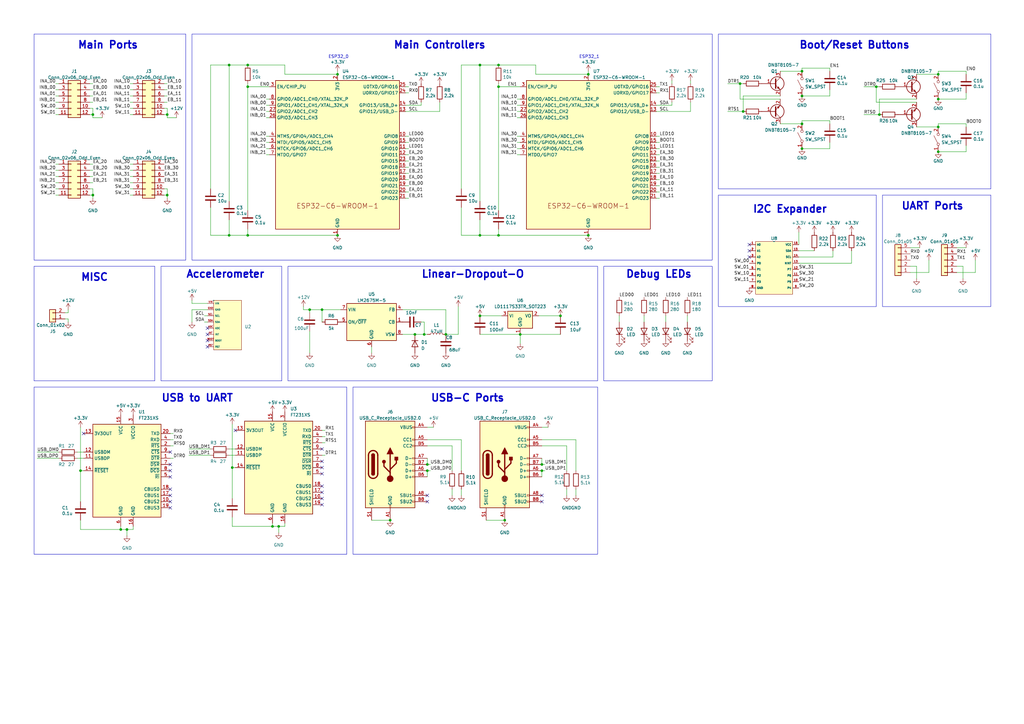
<source format=kicad_sch>
(kicad_sch (version 20230121) (generator eeschema)
  (paper "A3")
  (junction (at 68.58 46.99))
  (junction (at 328.93 50.8))
  (junction (at 241.3 96.52))
  (junction (at 303.53 34.29))
  (junction (at 52.07 217.17))
  (junction (at 49.53 217.17))
  (junction (at 101.6 96.52))
  (junction (at 38.1 80.01))
  (junction (at 196.85 26.67))
  (junction (at 173.99 137.16))
  (junction (at 222.25 190.5))
  (junction (at 196.85 96.52))
  (junction (at 170.18 137.16))
  (junction (at 38.1 46.99))
  (junction (at 138.43 96.52))
  (junction (at 229.87 129.54))
  (junction (at 132.08 127))
  (junction (at 384.81 52.07))
  (junction (at 384.81 30.48))
  (junction (at 204.47 26.67))
  (junction (at 111.76 215.9))
  (junction (at 127 127))
  (junction (at 182.88 137.16))
  (junction (at 241.3 30.48))
  (junction (at 213.36 137.16))
  (junction (at 222.25 193.04))
  (junction (at 204.47 96.52))
  (junction (at 114.3 215.9))
  (junction (at 196.85 129.54))
  (junction (at 175.26 193.04))
  (junction (at 138.43 30.48))
  (junction (at 68.58 80.01))
  (junction (at 328.93 39.37))
  (junction (at 160.02 213.36))
  (junction (at 207.01 213.36))
  (junction (at 93.98 96.52))
  (junction (at 384.81 62.23))
  (junction (at 304.8 45.72))
  (junction (at 328.93 60.96))
  (junction (at 204.47 35.56))
  (junction (at 328.93 29.21))
  (junction (at 360.68 46.99))
  (junction (at 359.41 35.56))
  (junction (at 101.6 26.67))
  (junction (at 101.6 35.56))
  (junction (at 95.25 191.77))
  (junction (at 93.98 26.67))
  (junction (at 175.26 190.5))
  (junction (at 384.81 40.64))
  (junction (at 33.02 193.04))
  (no_connect (at 96.52 176.53))
  (no_connect (at 85.09 134.62))
  (no_connect (at 222.25 205.74))
  (no_connect (at 69.85 185.42))
  (no_connect (at 132.08 207.01))
  (no_connect (at 85.09 142.24))
  (no_connect (at 132.08 204.47))
  (no_connect (at 69.85 195.58))
  (no_connect (at 132.08 201.93))
  (no_connect (at 307.34 105.41))
  (no_connect (at 69.85 190.5))
  (no_connect (at 132.08 191.77))
  (no_connect (at 85.09 137.16))
  (no_connect (at 132.08 194.31))
  (no_connect (at 132.08 189.23))
  (no_connect (at 69.85 205.74))
  (no_connect (at 69.85 200.66))
  (no_connect (at 175.26 203.2))
  (no_connect (at 132.08 184.15))
  (no_connect (at 69.85 193.04))
  (no_connect (at 307.34 102.87))
  (no_connect (at 307.34 100.33))
  (no_connect (at 132.08 199.39))
  (no_connect (at 85.09 139.7))
  (no_connect (at 69.85 203.2))
  (no_connect (at 175.26 205.74))
  (no_connect (at 222.25 203.2))
  (no_connect (at 69.85 208.28))
  (no_connect (at 34.29 177.8))
  (wire (pts (xy 196.85 26.67) (xy 189.23 26.67)))
  (wire (pts (xy 67.31 46.99) (xy 68.58 46.99)))
  (wire (pts (xy 236.22 180.34) (xy 236.22 193.04)))
  (wire (pts (xy 269.24 43.18) (xy 275.59 43.18)))
  (wire (pts (xy 375.92 52.07) (xy 384.81 52.07)))
  (wire (pts (xy 396.24 29.21) (xy 384.81 29.21)))
  (wire (pts (xy 204.47 35.56) (xy 204.47 86.36)))
  (wire (pts (xy 167.64 73.66) (xy 166.37 73.66)))
  (wire (pts (xy 270.51 68.58) (xy 269.24 68.58)))
  (wire (pts (xy 33.02 175.26) (xy 33.02 193.04)))
  (wire (pts (xy 132.08 127) (xy 139.7 127)))
  (wire (pts (xy 109.22 43.18) (xy 110.49 43.18)))
  (wire (pts (xy 392.43 109.22) (xy 394.97 109.22)))
  (wire (pts (xy 327.66 107.95) (xy 349.25 107.95)))
  (wire (pts (xy 212.09 48.26) (xy 213.36 48.26)))
  (wire (pts (xy 185.42 182.88) (xy 175.26 182.88)))
  (wire (pts (xy 360.68 40.64) (xy 360.68 46.99)))
  (wire (pts (xy 213.36 137.16) (xy 229.87 137.16)))
  (wire (pts (xy 52.07 217.17) (xy 49.53 217.17)))
  (wire (pts (xy 185.42 203.2) (xy 185.42 200.66)))
  (wire (pts (xy 114.3 215.9) (xy 111.76 215.9)))
  (wire (pts (xy 341.63 102.87) (xy 341.63 105.41)))
  (wire (pts (xy 269.24 45.72) (xy 283.21 45.72)))
  (wire (pts (xy 204.47 96.52) (xy 241.3 96.52)))
  (wire (pts (xy 270.51 60.96) (xy 269.24 60.96)))
  (wire (pts (xy 138.43 29.21) (xy 138.43 30.48)))
  (wire (pts (xy 187.96 137.16) (xy 182.88 137.16)))
  (wire (pts (xy 101.6 26.67) (xy 93.98 26.67)))
  (wire (pts (xy 109.22 58.42) (xy 110.49 58.42)))
  (wire (pts (xy 340.36 27.94) (xy 340.36 29.21)))
  (wire (pts (xy 68.58 39.37) (xy 67.31 39.37)))
  (wire (pts (xy 189.23 96.52) (xy 196.85 96.52)))
  (wire (pts (xy 189.23 85.09) (xy 189.23 96.52)))
  (wire (pts (xy 77.47 184.15) (xy 86.36 184.15)))
  (wire (pts (xy 68.58 44.45) (xy 68.58 46.99)))
  (wire (pts (xy 172.72 132.08) (xy 173.99 132.08)))
  (wire (pts (xy 204.47 35.56) (xy 213.36 35.56)))
  (wire (pts (xy 298.45 34.29) (xy 303.53 34.29)))
  (wire (pts (xy 38.1 72.39) (xy 36.83 72.39)))
  (wire (pts (xy 373.38 101.6) (xy 377.19 101.6)))
  (wire (pts (xy 222.25 187.96) (xy 222.25 190.5)))
  (wire (pts (xy 109.22 48.26) (xy 110.49 48.26)))
  (wire (pts (xy 69.85 180.34) (xy 71.12 180.34)))
  (wire (pts (xy 22.86 67.31) (xy 24.13 67.31)))
  (wire (pts (xy 349.25 102.87) (xy 349.25 107.95)))
  (wire (pts (xy 67.31 77.47) (xy 68.58 77.47)))
  (wire (pts (xy 212.09 63.5) (xy 213.36 63.5)))
  (wire (pts (xy 167.64 76.2) (xy 166.37 76.2)))
  (wire (pts (xy 101.6 35.56) (xy 110.49 35.56)))
  (wire (pts (xy 22.86 72.39) (xy 24.13 72.39)))
  (wire (pts (xy 283.21 33.02) (xy 283.21 34.29)))
  (wire (pts (xy 354.33 35.56) (xy 359.41 35.56)))
  (wire (pts (xy 132.08 127) (xy 132.08 132.08)))
  (wire (pts (xy 189.23 180.34) (xy 189.23 193.04)))
  (wire (pts (xy 375.92 30.48) (xy 384.81 30.48)))
  (wire (pts (xy 275.59 43.18) (xy 275.59 41.91)))
  (wire (pts (xy 53.34 41.91) (xy 54.61 41.91)))
  (wire (pts (xy 38.1 48.26) (xy 38.1 46.99)))
  (wire (pts (xy 264.16 129.54) (xy 264.16 132.08)))
  (wire (pts (xy 49.53 217.17) (xy 49.53 215.9)))
  (wire (pts (xy 327.66 95.25) (xy 327.66 100.33)))
  (wire (pts (xy 53.34 67.31) (xy 54.61 67.31)))
  (wire (pts (xy 270.51 73.66) (xy 269.24 73.66)))
  (wire (pts (xy 132.08 181.61) (xy 133.35 181.61)))
  (wire (pts (xy 22.86 80.01) (xy 24.13 80.01)))
  (wire (pts (xy 212.09 40.64) (xy 213.36 40.64)))
  (wire (pts (xy 15.24 187.96) (xy 24.13 187.96)))
  (wire (pts (xy 320.04 40.64) (xy 303.53 40.64)))
  (wire (pts (xy 165.1 137.16) (xy 170.18 137.16)))
  (wire (pts (xy 83.82 129.54) (xy 85.09 129.54)))
  (wire (pts (xy 204.47 34.29) (xy 204.47 35.56)))
  (wire (pts (xy 270.51 38.1) (xy 269.24 38.1)))
  (wire (pts (xy 165.1 127) (xy 182.88 127)))
  (wire (pts (xy 396.24 62.23) (xy 396.24 59.69)))
  (wire (pts (xy 93.98 96.52) (xy 101.6 96.52)))
  (wire (pts (xy 22.86 77.47) (xy 24.13 77.47)))
  (wire (pts (xy 166.37 43.18) (xy 172.72 43.18)))
  (wire (pts (xy 166.37 81.28) (xy 167.64 81.28)))
  (wire (pts (xy 182.88 137.16) (xy 182.88 127)))
  (wire (pts (xy 38.1 46.99) (xy 36.83 46.99)))
  (wire (pts (xy 222.25 193.04) (xy 222.25 195.58)))
  (wire (pts (xy 38.1 77.47) (xy 36.83 77.47)))
  (wire (pts (xy 127 144.78) (xy 127 135.89)))
  (wire (pts (xy 22.86 46.99) (xy 24.13 46.99)))
  (wire (pts (xy 116.84 215.9) (xy 116.84 214.63)))
  (wire (pts (xy 27.94 128.27) (xy 27.94 127)))
  (wire (pts (xy 283.21 45.72) (xy 283.21 41.91)))
  (wire (pts (xy 124.46 127) (xy 124.46 125.73)))
  (wire (pts (xy 132.08 176.53) (xy 133.35 176.53)))
  (wire (pts (xy 170.18 137.16) (xy 173.99 137.16)))
  (wire (pts (xy 340.36 39.37) (xy 340.36 36.83)))
  (wire (pts (xy 68.58 34.29) (xy 67.31 34.29)))
  (wire (pts (xy 175.26 180.34) (xy 189.23 180.34)))
  (wire (pts (xy 396.24 29.21) (xy 396.24 30.48)))
  (wire (pts (xy 22.86 41.91) (xy 24.13 41.91)))
  (wire (pts (xy 68.58 44.45) (xy 67.31 44.45)))
  (wire (pts (xy 396.24 50.8) (xy 396.24 52.07)))
  (wire (pts (xy 212.09 43.18) (xy 213.36 43.18)))
  (wire (pts (xy 52.07 219.71) (xy 52.07 217.17)))
  (wire (pts (xy 212.09 60.96) (xy 213.36 60.96)))
  (wire (pts (xy 175.26 193.04) (xy 176.53 193.04)))
  (wire (pts (xy 270.51 63.5) (xy 269.24 63.5)))
  (wire (pts (xy 167.64 58.42) (xy 166.37 58.42)))
  (wire (pts (xy 173.99 137.16) (xy 175.26 137.16)))
  (wire (pts (xy 77.47 186.69) (xy 86.36 186.69)))
  (wire (pts (xy 219.71 26.67) (xy 204.47 26.67)))
  (wire (pts (xy 281.94 129.54) (xy 281.94 132.08)))
  (wire (pts (xy 375.92 41.91) (xy 359.41 41.91)))
  (wire (pts (xy 85.09 124.46) (xy 78.74 124.46)))
  (wire (pts (xy 116.84 26.67) (xy 101.6 26.67)))
  (wire (pts (xy 53.34 77.47) (xy 54.61 77.47)))
  (wire (pts (xy 220.98 129.54) (xy 229.87 129.54)))
  (wire (pts (xy 180.34 45.72) (xy 180.34 41.91)))
  (wire (pts (xy 68.58 48.26) (xy 68.58 46.99)))
  (wire (pts (xy 86.36 96.52) (xy 93.98 96.52)))
  (wire (pts (xy 38.1 36.83) (xy 36.83 36.83)))
  (wire (pts (xy 270.51 35.56) (xy 269.24 35.56)))
  (wire (pts (xy 83.82 132.08) (xy 85.09 132.08)))
  (wire (pts (xy 69.85 182.88) (xy 71.12 182.88)))
  (wire (pts (xy 232.41 182.88) (xy 222.25 182.88)))
  (wire (pts (xy 232.41 193.04) (xy 232.41 182.88)))
  (wire (pts (xy 38.1 34.29) (xy 36.83 34.29)))
  (wire (pts (xy 196.85 137.16) (xy 213.36 137.16)))
  (wire (pts (xy 127 127) (xy 127 128.27)))
  (wire (pts (xy 38.1 39.37) (xy 36.83 39.37)))
  (wire (pts (xy 167.64 55.88) (xy 166.37 55.88)))
  (wire (pts (xy 167.64 68.58) (xy 166.37 68.58)))
  (wire (pts (xy 93.98 26.67) (xy 93.98 82.55)))
  (wire (pts (xy 101.6 96.52) (xy 138.43 96.52)))
  (wire (pts (xy 189.23 26.67) (xy 189.23 77.47)))
  (wire (pts (xy 22.86 44.45) (xy 24.13 44.45)))
  (wire (pts (xy 53.34 72.39) (xy 54.61 72.39)))
  (wire (pts (xy 298.45 45.72) (xy 304.8 45.72)))
  (wire (pts (xy 152.4 144.78) (xy 152.4 142.24)))
  (wire (pts (xy 394.97 109.22) (xy 394.97 114.3)))
  (wire (pts (xy 53.34 36.83) (xy 54.61 36.83)))
  (wire (pts (xy 127 127) (xy 132.08 127)))
  (wire (pts (xy 38.1 69.85) (xy 36.83 69.85)))
  (wire (pts (xy 22.86 36.83) (xy 24.13 36.83)))
  (wire (pts (xy 93.98 26.67) (xy 86.36 26.67)))
  (wire (pts (xy 270.51 58.42) (xy 269.24 58.42)))
  (wire (pts (xy 175.26 193.04) (xy 175.26 195.58)))
  (wire (pts (xy 116.84 30.48) (xy 116.84 26.67)))
  (wire (pts (xy 114.3 215.9) (xy 116.84 215.9)))
  (wire (pts (xy 22.86 39.37) (xy 24.13 39.37)))
  (wire (pts (xy 359.41 35.56) (xy 360.68 35.56)))
  (wire (pts (xy 219.71 30.48) (xy 219.71 26.67)))
  (wire (pts (xy 109.22 55.88) (xy 110.49 55.88)))
  (wire (pts (xy 320.04 50.8) (xy 328.93 50.8)))
  (wire (pts (xy 320.04 39.37) (xy 304.8 39.37)))
  (wire (pts (xy 327.66 102.87) (xy 334.01 102.87)))
  (wire (pts (xy 93.98 184.15) (xy 96.52 184.15)))
  (wire (pts (xy 101.6 34.29) (xy 101.6 35.56)))
  (wire (pts (xy 270.51 81.28) (xy 269.24 81.28)))
  (wire (pts (xy 34.29 193.04) (xy 33.02 193.04)))
  (wire (pts (xy 354.33 46.99) (xy 360.68 46.99)))
  (wire (pts (xy 328.93 60.96) (xy 340.36 60.96)))
  (wire (pts (xy 33.02 193.04) (xy 33.02 205.74)))
  (wire (pts (xy 95.25 191.77) (xy 95.25 204.47)))
  (wire (pts (xy 199.39 213.36) (xy 207.01 213.36)))
  (wire (pts (xy 340.36 49.53) (xy 340.36 50.8)))
  (wire (pts (xy 138.43 30.48) (xy 116.84 30.48)))
  (wire (pts (xy 109.22 45.72) (xy 110.49 45.72)))
  (wire (pts (xy 270.51 66.04) (xy 269.24 66.04)))
  (wire (pts (xy 270.51 78.74) (xy 269.24 78.74)))
  (wire (pts (xy 69.85 177.8) (xy 71.12 177.8)))
  (wire (pts (xy 72.39 48.26) (xy 68.58 48.26)))
  (wire (pts (xy 86.36 85.09) (xy 86.36 96.52)))
  (wire (pts (xy 166.37 45.72) (xy 180.34 45.72)))
  (wire (pts (xy 167.64 60.96) (xy 166.37 60.96)))
  (wire (pts (xy 53.34 34.29) (xy 54.61 34.29)))
  (wire (pts (xy 384.81 40.64) (xy 396.24 40.64)))
  (wire (pts (xy 22.86 34.29) (xy 24.13 34.29)))
  (wire (pts (xy 52.07 217.17) (xy 54.61 217.17)))
  (wire (pts (xy 204.47 93.98) (xy 204.47 96.52)))
  (wire (pts (xy 114.3 218.44) (xy 114.3 215.9)))
  (wire (pts (xy 270.51 76.2) (xy 269.24 76.2)))
  (wire (pts (xy 236.22 203.2) (xy 236.22 200.66)))
  (wire (pts (xy 167.64 71.12) (xy 166.37 71.12)))
  (wire (pts (xy 38.1 77.47) (xy 38.1 80.01)))
  (wire (pts (xy 196.85 96.52) (xy 204.47 96.52)))
  (wire (pts (xy 375.92 40.64) (xy 360.68 40.64)))
  (wire (pts (xy 222.25 193.04) (xy 223.52 193.04)))
  (wire (pts (xy 359.41 41.91) (xy 359.41 35.56)))
  (wire (pts (xy 392.43 111.76) (xy 400.05 111.76)))
  (wire (pts (xy 53.34 80.01) (xy 54.61 80.01)))
  (wire (pts (xy 270.51 55.88) (xy 269.24 55.88)))
  (wire (pts (xy 328.93 49.53) (xy 328.93 50.8)))
  (wire (pts (xy 95.25 173.99) (xy 95.25 191.77)))
  (wire (pts (xy 93.98 90.17) (xy 93.98 96.52)))
  (wire (pts (xy 96.52 191.77) (xy 95.25 191.77)))
  (wire (pts (xy 95.25 215.9) (xy 111.76 215.9)))
  (wire (pts (xy 22.86 74.93) (xy 24.13 74.93)))
  (wire (pts (xy 78.74 124.46) (xy 78.74 123.19)))
  (wire (pts (xy 373.38 109.22) (xy 375.92 109.22)))
  (wire (pts (xy 400.05 111.76) (xy 400.05 106.68)))
  (wire (pts (xy 38.1 74.93) (xy 36.83 74.93)))
  (wire (pts (xy 173.99 132.08) (xy 173.99 137.16)))
  (wire (pts (xy 53.34 69.85) (xy 54.61 69.85)))
  (wire (pts (xy 124.46 127) (xy 127 127)))
  (wire (pts (xy 68.58 81.28) (xy 68.58 80.01)))
  (wire (pts (xy 213.36 137.16) (xy 213.36 140.97)))
  (wire (pts (xy 381 111.76) (xy 381 106.68)))
  (wire (pts (xy 275.59 34.29) (xy 275.59 33.02)))
  (wire (pts (xy 41.91 48.26) (xy 38.1 48.26)))
  (wire (pts (xy 167.64 35.56) (xy 166.37 35.56)))
  (wire (pts (xy 172.72 43.18) (xy 172.72 41.91)))
  (wire (pts (xy 222.25 180.34) (xy 236.22 180.34)))
  (wire (pts (xy 53.34 44.45) (xy 54.61 44.45)))
  (wire (pts (xy 384.81 29.21) (xy 384.81 30.48)))
  (wire (pts (xy 204.47 26.67) (xy 196.85 26.67)))
  (wire (pts (xy 38.1 81.28) (xy 38.1 80.01)))
  (wire (pts (xy 175.26 175.26) (xy 177.8 175.26)))
  (wire (pts (xy 78.74 127) (xy 78.74 132.08)))
  (wire (pts (xy 196.85 90.17) (xy 196.85 96.52)))
  (wire (pts (xy 232.41 203.2) (xy 232.41 200.66)))
  (wire (pts (xy 15.24 185.42) (xy 24.13 185.42)))
  (wire (pts (xy 167.64 38.1) (xy 166.37 38.1)))
  (wire (pts (xy 26.67 130.81) (xy 27.94 130.81)))
  (wire (pts (xy 222.25 190.5) (xy 223.52 190.5)))
  (wire (pts (xy 392.43 101.6) (xy 396.24 101.6)))
  (wire (pts (xy 109.22 63.5) (xy 110.49 63.5)))
  (wire (pts (xy 222.25 175.26) (xy 224.79 175.26)))
  (wire (pts (xy 303.53 34.29) (xy 304.8 34.29)))
  (wire (pts (xy 241.3 30.48) (xy 219.71 30.48)))
  (wire (pts (xy 167.64 66.04) (xy 166.37 66.04)))
  (wire (pts (xy 273.05 129.54) (xy 273.05 132.08)))
  (wire (pts (xy 303.53 40.64) (xy 303.53 34.29)))
  (wire (pts (xy 185.42 193.04) (xy 185.42 182.88)))
  (wire (pts (xy 212.09 55.88) (xy 213.36 55.88)))
  (wire (pts (xy 53.34 46.99) (xy 54.61 46.99)))
  (wire (pts (xy 152.4 213.36) (xy 160.02 213.36)))
  (wire (pts (xy 340.36 60.96) (xy 340.36 58.42)))
  (wire (pts (xy 109.22 40.64) (xy 110.49 40.64)))
  (wire (pts (xy 95.25 212.09) (xy 95.25 215.9)))
  (wire (pts (xy 241.3 29.21) (xy 241.3 30.48)))
  (wire (pts (xy 340.36 27.94) (xy 328.93 27.94)))
  (wire (pts (xy 384.81 50.8) (xy 396.24 50.8)))
  (wire (pts (xy 304.8 39.37) (xy 304.8 45.72)))
  (wire (pts (xy 189.23 203.2) (xy 189.23 200.66)))
  (wire (pts (xy 196.85 26.67) (xy 196.85 82.55)))
  (wire (pts (xy 384.81 62.23) (xy 396.24 62.23)))
  (wire (pts (xy 384.81 50.8) (xy 384.81 52.07)))
  (wire (pts (xy 175.26 190.5) (xy 176.53 190.5)))
  (wire (pts (xy 109.22 60.96) (xy 110.49 60.96)))
  (wire (pts (xy 85.09 127) (xy 78.74 127)))
  (wire (pts (xy 38.1 44.45) (xy 36.83 44.45)))
  (wire (pts (xy 373.38 111.76) (xy 381 111.76)))
  (wire (pts (xy 375.92 109.22) (xy 375.92 114.3)))
  (wire (pts (xy 22.86 69.85) (xy 24.13 69.85)))
  (wire (pts (xy 38.1 44.45) (xy 38.1 46.99)))
  (wire (pts (xy 396.24 40.64) (xy 396.24 38.1)))
  (wire (pts (xy 175.26 187.96) (xy 175.26 190.5)))
  (wire (pts (xy 38.1 67.31) (xy 36.83 67.31)))
  (wire (pts (xy 167.64 78.74) (xy 166.37 78.74)))
  (wire (pts (xy 33.02 217.17) (xy 49.53 217.17)))
  (wire (pts (xy 328.93 27.94) (xy 328.93 29.21)))
  (wire (pts (xy 53.34 74.93) (xy 54.61 74.93)))
  (wire (pts (xy 328.93 39.37) (xy 340.36 39.37)))
  (wire (pts (xy 101.6 93.98) (xy 101.6 96.52)))
  (wire (pts (xy 132.08 179.07) (xy 133.35 179.07)))
  (wire (pts (xy 254 129.54) (xy 254 132.08)))
  (wire (pts (xy 86.36 26.67) (xy 86.36 77.47)))
  (wire (pts (xy 38.1 41.91) (xy 36.83 41.91)))
  (wire (pts (xy 38.1 80.01) (xy 36.83 80.01)))
  (wire (pts (xy 68.58 41.91) (xy 67.31 41.91)))
  (wire (pts (xy 327.66 105.41) (xy 341.63 105.41)))
  (wire (pts (xy 111.76 215.9) (xy 111.76 214.63)))
  (wire (pts (xy 93.98 186.69) (xy 96.52 186.69)))
  (wire (pts (xy 187.96 125.73) (xy 187.96 137.16)))
  (wire (pts (xy 328.93 49.53) (xy 340.36 49.53)))
  (wire (pts (xy 212.09 58.42) (xy 213.36 58.42)))
  (wire (pts (xy 320.04 29.21) (xy 328.93 29.21)))
  (wire (pts (xy 33.02 213.36) (xy 33.02 217.17)))
  (wire (pts (xy 67.31 80.01) (xy 68.58 80.01)))
  (wire (pts (xy 68.58 77.47) (xy 68.58 80.01)))
  (wire (pts (xy 31.75 185.42) (xy 34.29 185.42)))
  (wire (pts (xy 167.64 63.5) (xy 166.37 63.5)))
  (wire (pts (xy 54.61 217.17) (xy 54.61 215.9)))
  (wire (pts (xy 26.67 128.27) (xy 27.94 128.27)))
  (wire (pts (xy 196.85 129.54) (xy 205.74 129.54)))
  (wire (pts (xy 53.34 39.37) (xy 54.61 39.37)))
  (wire (pts (xy 68.58 36.83) (xy 67.31 36.83)))
  (wire (pts (xy 212.09 45.72) (xy 213.36 45.72)))
  (wire (pts (xy 270.51 71.12) (xy 269.24 71.12)))
  (wire (pts (xy 101.6 35.56) (xy 101.6 86.36)))
  (wire (pts (xy 31.75 187.96) (xy 34.29 187.96)))
  (wire (pts (xy 69.85 187.96) (xy 71.12 187.96)))
  (wire (pts (xy 27.94 130.81) (xy 27.94 132.08)))
  (wire (pts (xy 132.08 186.69) (xy 133.35 186.69)))
  (rectangle (start 13.97 158.75) (end 142.24 227.33))
  (rectangle (start 361.95 80.01) (end 406.4 125.73))
  (rectangle (start 118.11 109.22) (end 245.11 156.21))
  (rectangle (start 13.97 109.22) (end 63.5 156.21))
  (rectangle (start 78.74 13.97) (end 292.1 106.68))
  (rectangle (start 13.97 13.97) (end 76.2 106.68))
  (rectangle (start 66.04 109.22) (end 115.57 156.21))
  (rectangle (start 294.64 80.01) (end 359.41 125.73))
  (rectangle (start 247.65 109.22) (end 292.1 156.21))
  (rectangle (start 294.64 13.97) (end 406.4 77.47))
  (rectangle (start 144.78 158.75) (end 245.11 227.33))
  (text "Debug LEDs" (at 256.54 114.3 0) (effects (font (size 3 3) (thickness 0.6) bold) (justify left bottom)))
  (text "Linear-Dropout-O" (at 172.72 114.3 0) (effects (font (size 3 3) (thickness 0.6) bold) (justify left bottom)))
  (text "USB to UART\n" (at 66.04 165.1 0) (effects (font (size 3 3) (thickness 0.6) bold) (justify left bottom)))
  (text "MISC" (at 33.02 115.57 0) (effects (font (size 3 3) (thickness 0.6) bold) (justify left bottom)))
  (text "Main Controllers\n" (at 161.29 20.32 0) (effects (font (size 3 3) (thickness 0.6) bold) (justify left bottom)))
  (text "UART Ports" (at 369.57 86.36 0) (effects (font (size 3 3) (thickness 0.6) bold) (justify left bottom)))
  (text "I2C Expander" (at 308.61 87.63 0) (effects (font (size 3 3) (thickness 0.6) bold) (justify left bottom)))
  (text "USB-C Ports" (at 176.53 165.1 0) (effects (font (size 3 3) (thickness 0.6) bold) (justify left bottom)))
  (text "Accelerometer\n" (at 76.2 114.3 0) (effects (font (size 3 3) (thickness 0.6) bold) (justify left bottom)))
  (text "Boot/Reset Buttons" (at 327.66 20.32 0) (effects (font (size 3 3) (thickness 0.6) bold) (justify left bottom)))
  (text "ESP32_0\n" (at 134.62 24.13 0) (effects (font (size 1.27 1.27)) (justify left bottom)))
  (text "ESP32_1" (at 237.49 24.13 0) (effects (font (size 1.27 1.27)) (justify left bottom)))
  (text "Main Ports\n" (at 31.75 20.32 0) (effects (font (size 3 3) (thickness 0.6) bold) (justify left bottom)))
  (label "SW_30" (at 53.34 77.47 180))
  (label "INA_01" (at 22.86 39.37 180))
  (label "SW_00" (at 22.86 44.45 180))
  (label "LED01" (at 264.16 121.92 0))
  (label "EA_00" (at 38.1 34.29 0))
  (label "RTS0" (at 71.12 182.88 0))
  (label "RX0" (at 167.64 38.1 0))
  (label "EA_01" (at 38.1 39.37 0))
  (label "EB_10" (at 68.58 36.83 0))
  (label "DTR1" (at 133.35 186.69 0))
  (label "EB_00" (at 167.64 76.2 0))
  (label "RX0" (at 71.12 177.8 0))
  (label "RX0" (at 373.38 104.14 0))
  (label "USB_DP1" (at 223.52 193.04 0))
  (label "RX1" (at 133.35 176.53 0))
  (label "DTR0" (at 354.33 35.56 0))
  (label "INB_31" (at 212.09 63.5 180))
  (label "SW_30" (at 327.66 113.03 0))
  (label "SCL" (at 83.82 129.54 180))
  (label "INB_21" (at 22.86 74.93 180))
  (label "EB_31" (at 270.51 71.12 0))
  (label "EA_00" (at 167.64 73.66 0))
  (label "SW_31" (at 327.66 110.49 0))
  (label "INA_00" (at 109.22 40.64 180))
  (label "EA_31" (at 67.31 72.39 0))
  (label "INB_20" (at 109.22 58.42 180))
  (label "RTS0" (at 354.33 46.99 0))
  (label "LED11" (at 270.51 60.96 0))
  (label "EB_00" (at 38.1 36.83 0))
  (label "EA_30" (at 67.31 67.31 0))
  (label "INA_11" (at 212.09 45.72 180))
  (label "INA_00" (at 22.86 34.29 180))
  (label "INB_10" (at 53.34 36.83 180))
  (label "SDA" (at 167.64 43.18 0))
  (label "INA_20" (at 109.22 55.88 180))
  (label "EB_20" (at 38.1 69.85 0))
  (label "INB_21" (at 109.22 63.5 180))
  (label "USB_DM0" (at 15.24 185.42 0))
  (label "INB_01" (at 109.22 48.26 180))
  (label "EB_31" (at 67.31 74.93 0))
  (label "INA_01" (at 109.22 45.72 180))
  (label "EN0" (at 396.24 29.21 0))
  (label "TX1" (at 392.43 106.68 0))
  (label "RX1" (at 392.43 104.14 0))
  (label "INB_00" (at 109.22 43.18 180))
  (label "EN1" (at 340.36 27.94 0))
  (label "EN1" (at 212.09 35.56 180))
  (label "LED10" (at 273.05 121.92 0))
  (label "LED00" (at 167.64 55.88 0))
  (label "USB_DP1" (at 77.47 186.69 0))
  (label "SDA" (at 83.82 132.08 180))
  (label "TX0" (at 167.64 35.56 0))
  (label "EA_01" (at 167.64 78.74 0))
  (label "EA_20" (at 167.64 63.5 0))
  (label "INB_00" (at 22.86 36.83 180))
  (label "EA_30" (at 270.51 63.5 0))
  (label "EA_10" (at 270.51 73.66 0))
  (label "EB_01" (at 167.64 81.28 0))
  (label "EA_21" (at 38.1 72.39 0))
  (label "INA_31" (at 53.34 72.39 180))
  (label "SW_11" (at 307.34 115.57 180))
  (label "INB_30" (at 212.09 58.42 180))
  (label "EB_11" (at 270.51 81.28 0))
  (label "INB_20" (at 22.86 69.85 180))
  (label "EB_21" (at 167.64 71.12 0))
  (label "LED00" (at 254 121.92 0))
  (label "SW_31" (at 53.34 80.01 180))
  (label "EB_21" (at 38.1 74.93 0))
  (label "RX1" (at 270.51 38.1 0))
  (label "INB_10" (at 212.09 43.18 180))
  (label "USB_DM1" (at 223.52 190.5 0))
  (label "INA_30" (at 212.09 55.88 180))
  (label "TX1" (at 133.35 179.07 0))
  (label "EB_01" (at 38.1 41.91 0))
  (label "USB_DP0" (at 15.24 187.96 0))
  (label "INA_30" (at 53.34 67.31 180))
  (label "DTR0" (at 71.12 187.96 0))
  (label "EN0" (at 110.49 35.56 180))
  (label "BOOT1" (at 340.36 49.53 0))
  (label "SCL" (at 167.64 45.72 0))
  (label "SW_21" (at 22.86 80.01 180))
  (label "SW_20" (at 22.86 77.47 180))
  (label "LED01" (at 167.64 60.96 0))
  (label "SW_10" (at 53.34 44.45 180))
  (label "LED10" (at 270.51 55.88 0))
  (label "INA_21" (at 22.86 72.39 180))
  (label "TX0" (at 373.38 106.68 0))
  (label "SW_00" (at 307.34 107.95 180))
  (label "EA_20" (at 38.1 67.31 0))
  (label "USB_DM0" (at 176.53 190.5 0))
  (label "EA_10" (at 68.58 34.29 0))
  (label "INB_31" (at 53.34 74.93 180))
  (label "INB_11" (at 53.34 41.91 180))
  (label "SW_10" (at 307.34 113.03 180))
  (label "INB_30" (at 53.34 69.85 180))
  (label "RTS1" (at 298.45 45.72 0))
  (label "INA_31" (at 212.09 60.96 180))
  (label "EB_11" (at 68.58 41.91 0))
  (label "SW_11" (at 53.34 46.99 180))
  (label "EA_31" (at 270.51 68.58 0))
  (label "EB_30" (at 67.31 69.85 0))
  (label "EB_30" (at 270.51 66.04 0))
  (label "INA_21" (at 109.22 60.96 180))
  (label "RTS1" (at 133.35 181.61 0))
  (label "TX0" (at 71.12 180.34 0))
  (label "SW_21" (at 327.66 115.57 0))
  (label "SW_01" (at 307.34 110.49 180))
  (label "EA_11" (at 270.51 78.74 0))
  (label "EB_10" (at 270.51 76.2 0))
  (label "INB_11" (at 212.09 48.26 180))
  (label "BOOT0" (at 396.24 50.8 0))
  (label "INA_20" (at 22.86 67.31 180))
  (label "INA_10" (at 53.34 34.29 180))
  (label "INA_11" (at 53.34 39.37 180))
  (label "EB_20" (at 167.64 66.04 0))
  (label "EA_21" (at 167.64 68.58 0))
  (label "SW_01" (at 22.86 46.99 180))
  (label "LED11" (at 281.94 121.92 0))
  (label "USB_DM1" (at 77.47 184.15 0))
  (label "SDA" (at 270.51 43.18 0))
  (label "BOOT1" (at 270.51 58.42 0))
  (label "DTR1" (at 298.45 34.29 0))
  (label "EA_11" (at 68.58 39.37 0))
  (label "INA_10" (at 212.09 40.64 180))
  (label "SW_20" (at 327.66 118.11 0))
  (label "SCL" (at 270.51 45.72 0))
  (label "BOOT0" (at 167.64 58.42 0))
  (label "USB_DP0" (at 176.53 193.04 0))
  (label "INB_01" (at 22.86 41.91 180))
  (label "TX1" (at 270.51 35.56 0))
  (symbol (lib_id "power:GND") (at 160.02 213.36 0) (unit 1)
    (property "Reference" "#PWR022" (effects hide))
    (property "Value" "GND" (at 160.02 218.44 0))
  )
  (symbol (lib_id "power:GND") (at 27.94 132.08 0) (unit 1)
    (property "Reference" "#PWR02" (effects hide))
    (property "Value" "GND" (at 27.94 137.16 0))
  )
  (symbol (lib_id "Device:R") (at 135.89 132.08 90) (unit 1)
    (property "Reference" "R6" (at 135.89 129.54 90))
    (property "Value" "5k" (at 135.89 134.62 90))
    (property "Footprint" "Resistor_SMD:R_0805_2012Metric" (effects hide))
  )
  (symbol (lib_id "power:GND") (at 241.3 96.52 0) (unit 1)
    (property "Reference" "#PWR039" (effects hide))
    (property "Value" "GND" (at 241.3 101.6 0))
  )
  (symbol (lib_id "power:+5V") (at 78.74 123.19 0) (unit 1)
    (property "Reference" "#PWR011" (effects hide))
    (property "Value" "+5V" (at 78.74 119.38 0))
  )
  (symbol (lib_id "Connector_Generic:Conn_01x05") (at 387.35 106.68 180) (unit 1)
    (property "Reference" "J9" (at 387.35 96.52 0))
    (property "Value" "Conn_01x05" (at 387.35 99.06 0))
    (property "Footprint" "Connector_PinHeader_2.54mm:PinHeader_1x05_P2.54mm_Vertical" (effects hide))
  )
  (symbol (lib_id "power:GND") (at 232.41 203.2 0) (unit 1)
    (property "Reference" "#PWR036" (effects hide))
    (property "Value" "GND" (at 232.41 208.28 0))
  )
  (symbol (lib_id "power:GND") (at 254 139.7 0) (unit 1)
    (property "Reference" "#PWR040" (effects hide))
    (property "Value" "GND" (at 254 144.78 0))
  )
  (symbol (lib_id "power:GND") (at 114.3 218.44 0) (unit 1)
    (property "Reference" "#PWR015" (effects hide))
    (property "Value" "GND" (at 114.3 223.52 0))
  )
  (symbol (lib_id "Device:R") (at 27.94 187.96 90) (unit 1)
    (property "Reference" "R2" (at 26.67 190.5 90) (effects (justify left)))
    (property "Value" "27" (at 30.48 190.5 90) (effects (justify left)))
    (property "Footprint" "Resistor_SMD:R_0603_1608Metric_Pad0.98x0.95mm_HandSolder" (effects hide))
  )
  (symbol (lib_id "power:+5V") (at 381 106.68 0) (unit 1)
    (property "Reference" "#PWR055" (effects hide))
    (property "Value" "+5V" (at 381 102.87 0))
  )
  (symbol (lib_id "Connector_Generic:Conn_02x06_Odd_Even") (at 29.21 39.37 0) (unit 1)
    (property "Reference" "J1" (at 30.48 29.21 0))
    (property "Value" "Conn_02x06_Odd_Even" (at 30.48 31.75 0))
    (property "Footprint" "Connector_PinHeader_2.54mm:PinHeader_2x06_P2.54mm_Vertical" (effects hide))
  )
  (symbol (lib_id "power:GND") (at 328.93 39.37 0) (unit 1)
    (property "Reference" "#PWR048" (effects hide))
    (property "Value" "GND" (at 328.93 43.18 0))
  )
  (symbol (lib_id "Device:Q_NPN_BEC") (at 373.38 46.99 0) (mirror x) (unit 1)
    (property "Reference" "Q4" (at 372.11 52.07 0) (effects (justify left)))
    (property "Value" "DNBT8105-7" (at 369.57 54.61 0) (effects (justify left)))
    (property "Footprint" "Package_TO_SOT_SMD:SOT-23" (effects hide))
  )
  (symbol (lib_id "Device:C") (at 95.25 208.28 0) (unit 1)
    (property "Reference" "C4" (at 87.63 207.01 0) (effects (justify left)))
    (property "Value" "0.1u" (at 87.63 209.3214 0) (effects (justify left)))
    (property "Footprint" "Capacitor_SMD:C_0603_1608Metric_Pad1.08x0.95mm_HandSolder" (effects hide))
  )
  (symbol (lib_id "Device:D") (at 170.18 140.97 270) (unit 1)
    (property "Reference" "D1" (at 172.72 140.335 90) (effects (justify left)))
    (property "Value" "D" (at 172.72 142.875 90) (effects (justify left)))
    (property "Footprint" "Diode_SMD:D_0805_2012Metric" (effects hide))
    (property "Sim.Device" "D" (effects hide))
    (property "Sim.Pins" "1=K 2=A" (effects hide))
  )
  (symbol (lib_id "Device:LED") (at 273.05 135.89 90) (unit 1)
    (property "Reference" "D4" (at 276.0218 134.8994 90) (effects (justify right)))
    (property "Value" "LED" (at 276.0218 137.2108 90) (effects (justify right)))
    (property "Footprint" "LED_SMD:LED_0805_2012Metric_Pad1.15x1.40mm_HandSolder" (effects hide))
  )
  (symbol (lib_id "Device:R") (at 349.25 99.06 0) (unit 1)
    (property "Reference" "R24" (at 351.028 97.8916 0) (effects (justify left)))
    (property "Value" "2.2k" (at 351.028 100.203 0) (effects (justify left)))
    (property "Footprint" "Resistor_SMD:R_0603_1608Metric_Pad0.98x0.95mm_HandSolder" (effects hide))
  )
  (symbol (lib_id "power:+3.3V") (at 334.01 95.25 0) (unit 1)
    (property "Reference" "#PWR050" (effects hide))
    (property "Value" "+3.3V" (at 334.01 91.44 0))
  )
  (symbol (lib_id "power:+3.3V") (at 180.34 34.29 0) (unit 1)
    (property "Reference" "#PWR026" (effects hide))
    (property "Value" "+3.3V" (at 180.34 30.48 0))
  )
  (symbol (lib_id "Device:C") (at 196.85 133.35 0) (unit 1)
    (property "Reference" "C11" (at 200.66 132.715 0) (effects (justify left)))
    (property "Value" "100nF" (at 200.66 135.255 0) (effects (justify left)))
    (property "Footprint" "Capacitor_SMD:C_0805_2012Metric" (effects hide))
  )
  (symbol (lib_id "power:GND") (at 170.18 144.78 0) (unit 1)
    (property "Reference" "#PWR023" (effects hide))
    (property "Value" "GND" (at 170.18 149.86 0))
  )
  (symbol (lib_id "power:GND") (at 127 144.78 0) (unit 1)
    (property "Reference" "#PWR018" (effects hide))
    (property "Value" "GND" (at 127 149.86 0))
  )
  (symbol (lib_id "power:+3.3V") (at 241.3 29.21 0) (unit 1)
    (property "Reference" "#PWR038" (effects hide))
    (property "Value" "+3.3V" (at 241.3 25.4 0))
  )
  (symbol (lib_id "Device:R") (at 334.01 99.06 0) (unit 1)
    (property "Reference" "R22" (at 335.788 97.8916 0) (effects (justify left)))
    (property "Value" "2.2k" (at 335.788 100.203 0) (effects (justify left)))
    (property "Footprint" "Resistor_SMD:R_0603_1608Metric_Pad0.98x0.95mm_HandSolder" (effects hide))
  )
  (symbol (lib_id "Interface_USB:FT231XS") (at 52.07 193.04 0) (unit 1)
    (property "Reference" "U1" (at 56.8041 168.91 0) (effects (justify left)))
    (property "Value" "FT231XS" (at 56.8041 171.45 0) (effects (justify left)))
    (property "Footprint" "Package_SO:SSOP-20_3.9x8.7mm_P0.635mm" (effects hide))
    (property "Datasheet" "https://www.ftdichip.com/Support/Documents/DataSheets/ICs/DS_FT231X.pdf" (effects hide))
  )
  (symbol (lib_id "power:+3.3V") (at 283.21 33.02 0) (unit 1)
    (property "Reference" "#PWR045" (effects hide))
    (property "Value" "+3.3V" (at 283.21 29.21 0))
  )
  (symbol (lib_id "Espressif:ESP32-C6-WROOM-1") (at 138.43 63.5 0) (unit 1)
    (property "Reference" "U4" (at 140.3859 29.21 0) (effects (justify left)))
    (property "Value" "ESP32-C6-WROOM-1" (at 140.3859 31.75 0) (effects (justify left)))
    (property "Footprint" "Espressif:ESP32-C6-WROOM-1" (effects hide))
    (property "Datasheet" "https://www.espressif.com/sites/default/files/documentation/esp32-c6-wroom-1_datasheet_en.pdf" (effects hide))
  )
  (symbol (lib_id "Device:R") (at 172.72 38.1 0) (unit 1)
    (property "Reference" "R7" (at 174.498 36.9316 0) (effects (justify left)))
    (property "Value" "2.2k" (at 174.498 39.243 0) (effects (justify left)))
    (property "Footprint" "Resistor_SMD:R_0603_1608Metric_Pad0.98x0.95mm_HandSolder" (effects hide))
  )
  (symbol (lib_id "Device:C") (at 340.36 54.61 0) (unit 1)
    (property "Reference" "C15" (at 343.281 53.4416 0) (effects (justify left)))
    (property "Value" "0.1u" (at 343.281 55.753 0) (effects (justify left)))
    (property "Footprint" "Capacitor_SMD:C_0603_1608Metric_Pad1.08x0.95mm_HandSolder" (effects hide))
  )
  (symbol (lib_id "power:+3.3V") (at 33.02 175.26 0) (unit 1)
    (property "Reference" "#PWR03" (effects hide))
    (property "Value" "+3.3V" (at 33.02 171.45 0))
  )
  (symbol (lib_id "Device:C") (at 168.91 132.08 270) (unit 1)
    (property "Reference" "C7" (at 170.18 133.35 90) (effects (justify left)))
    (property "Value" "10nF" (at 166.37 128.27 90) (effects (justify left)))
    (property "Footprint" "Capacitor_SMD:C_0805_2012Metric" (effects hide))
  )
  (symbol (lib_id "Device:R") (at 283.21 38.1 0) (unit 1)
    (property "Reference" "R19" (at 284.988 36.9316 0) (effects (justify left)))
    (property "Value" "2.2k" (at 284.988 39.243 0) (effects (justify left)))
    (property "Footprint" "Resistor_SMD:R_0603_1608Metric_Pad0.98x0.95mm_HandSolder" (effects hide))
  )
  (symbol (lib_id "Device:R") (at 101.6 30.48 0) (unit 1)
    (property "Reference" "R5" (at 103.378 29.3116 0) (effects (justify left)))
    (property "Value" "10k" (at 103.378 31.623 0) (effects (justify left)))
    (property "Footprint" "Resistor_SMD:R_0603_1608Metric_Pad0.98x0.95mm_HandSolder" (effects hide))
  )
  (symbol (lib_id "Device:C") (at 229.87 133.35 0) (unit 1)
    (property "Reference" "C13" (at 233.68 132.715 0) (effects (justify left)))
    (property "Value" "10uF" (at 233.68 135.255 0) (effects (justify left)))
    (property "Footprint" "Capacitor_SMD:C_0805_2012Metric" (effects hide))
  )
  (symbol (lib_id "Device:C") (at 396.24 34.29 0) (unit 1)
    (property "Reference" "C16" (at 399.161 33.1216 0) (effects (justify left)))
    (property "Value" "0.1u" (at 399.161 35.433 0) (effects (justify left)))
    (property "Footprint" "Capacitor_SMD:C_0603_1608Metric_Pad1.08x0.95mm_HandSolder" (effects hide))
  )
  (symbol (lib_id "Device:R") (at 189.23 196.85 0) (unit 1)
    (property "Reference" "R10" (at 191.008 195.6816 0) (effects (justify left)))
    (property "Value" "5.1k" (at 191.008 197.993 0) (effects (justify left)))
    (property "Footprint" "Resistor_SMD:R_0603_1608Metric_Pad0.98x0.95mm_HandSolder" (effects hide))
  )
  (symbol (lib_id "power:GND") (at 152.4 144.78 0) (unit 1)
    (property "Reference" "#PWR021" (effects hide))
    (property "Value" "GND" (at 152.4 149.86 0))
  )
  (symbol (lib_id "Espressif:ESP32-C6-WROOM-1") (at 241.3 63.5 0) (unit 1)
    (property "Reference" "U7" (at 243.2559 29.21 0) (effects (justify left)))
    (property "Value" "ESP32-C6-WROOM-1" (at 243.2559 31.75 0) (effects (justify left)))
    (property "Footprint" "Espressif:ESP32-C6-WROOM-1" (effects hide))
    (property "Datasheet" "https://www.espressif.com/sites/default/files/documentation/esp32-c6-wroom-1_datasheet_en.pdf" (effects hide))
  )
  (symbol (lib_id "Switch:SW_SPST") (at 384.81 35.56 90) (unit 1)
    (property "Reference" "SW3" (at 386.08 34.29 90) (effects (justify right)))
    (property "Value" "SW_SPST" (at 386.08 36.83 90) (effects (justify right)))
    (property "Footprint" "Button_Switch_SMD:SW_SPST_B3U-1000P" (effects hide))
  )
  (symbol (lib_id "power:GND") (at 38.1 81.28 0) (unit 1)
    (property "Reference" "#PWR04" (effects hide))
    (property "Value" "GND" (at 38.1 86.36 0))
  )
  (symbol (lib_id "power:+3.3V") (at 377.19 101.6 0) (unit 1)
    (property "Reference" "#PWR054" (effects hide))
    (property "Value" "+3.3V" (at 377.19 97.79 0))
  )
  (symbol (lib_id "power:GND") (at 185.42 203.2 0) (unit 1)
    (property "Reference" "#PWR028" (effects hide))
    (property "Value" "GND" (at 185.42 208.28 0))
  )
  (symbol (lib_id "power:+12V") (at 72.39 48.26 0) (unit 1)
    (property "Reference" "#PWR010" (effects hide))
    (property "Value" "+12V" (at 72.39 44.45 0))
  )
  (symbol (lib_id "Device:R") (at 281.94 125.73 0) (unit 1)
    (property "Reference" "R18" (at 283.718 124.5616 0) (effects (justify left)))
    (property "Value" "180" (at 283.718 126.873 0) (effects (justify left)))
    (property "Footprint" "Resistor_SMD:R_0603_1608Metric_Pad0.98x0.95mm_HandSolder" (effects hide))
  )
  (symbol (lib_id "power:GND") (at 273.05 139.7 0) (unit 1)
    (property "Reference" "#PWR042" (effects hide))
    (property "Value" "GND" (at 273.05 144.78 0))
  )
  (symbol (lib_id "Device:L") (at 179.07 137.16 90) (unit 1)
    (property "Reference" "L1" (at 179.07 133.35 90))
    (property "Value" "47uH" (at 179.07 135.89 90))
    (property "Footprint" "Inductor_SMD:L_0805_2012Metric" (effects hide))
  )
  (symbol (lib_id "power:GND") (at 213.36 140.97 0) (unit 1)
    (property "Reference" "#PWR033" (effects hide))
    (property "Value" "GND" (at 213.36 146.05 0))
  )
  (symbol (lib_id "Device:R") (at 90.17 184.15 90) (unit 1)
    (property "Reference" "R3" (at 88.9 181.61 90) (effects (justify left)))
    (property "Value" "27" (at 92.71 181.61 90) (effects (justify left)))
    (property "Footprint" "Resistor_SMD:R_0603_1608Metric_Pad0.98x0.95mm_HandSolder" (effects hide))
  )
  (symbol (lib_id "Device:LED") (at 264.16 135.89 90) (unit 1)
    (property "Reference" "D3" (at 267.1318 134.8994 90) (effects (justify right)))
    (property "Value" "LED" (at 267.1318 137.2108 90) (effects (justify right)))
    (property "Footprint" "LED_SMD:LED_0805_2012Metric_Pad1.15x1.40mm_HandSolder" (effects hide))
  )
  (symbol (lib_id "Device:C") (at 396.24 55.88 0) (unit 1)
    (property "Reference" "C17" (at 399.161 54.7116 0) (effects (justify left)))
    (property "Value" "0.1u" (at 399.161 57.023 0) (effects (justify left)))
    (property "Footprint" "Capacitor_SMD:C_0603_1608Metric_Pad1.08x0.95mm_HandSolder" (effects hide))
  )
  (symbol (lib_id "Device:C") (at 101.6 90.17 0) (unit 1)
    (property "Reference" "C5" (at 104.521 89.0016 0) (effects (justify left)))
    (property "Value" "0.1u" (at 104.521 91.313 0) (effects (justify left)))
    (property "Footprint" "Capacitor_SMD:C_0603_1608Metric_Pad1.08x0.95mm_HandSolder" (effects hide))
  )
  (symbol (lib_id "power:+3.3V") (at 172.72 34.29 0) (unit 1)
    (property "Reference" "#PWR024" (effects hide))
    (property "Value" "+3.3V" (at 172.72 30.48 0))
  )
  (symbol (lib_id "power:+5V") (at 177.8 175.26 0) (unit 1)
    (property "Reference" "#PWR025" (effects hide))
    (property "Value" "+5V" (at 177.8 171.45 0))
  )
  (symbol (lib_id "Device:R") (at 254 125.73 0) (unit 1)
    (property "Reference" "R14" (at 255.778 124.5616 0) (effects (justify left)))
    (property "Value" "280" (at 255.778 126.873 0) (effects (justify left)))
    (property "Footprint" "Resistor_SMD:R_0603_1608Metric_Pad0.98x0.95mm_HandSolder" (effects hide))
  )
  (symbol (lib_id "power:+5V") (at 111.76 168.91 0) (unit 1)
    (property "Reference" "#PWR014" (effects hide))
    (property "Value" "+5V" (at 111.76 165.1 0))
  )
  (symbol (lib_id "Device:C") (at 86.36 81.28 0) (unit 1)
    (property "Reference" "C2" (at 89.281 80.1116 0) (effects (justify left)))
    (property "Value" "10u" (at 89.281 82.423 0) (effects (justify left)))
    (property "Footprint" "Capacitor_SMD:C_0603_1608Metric_Pad1.08x0.95mm_HandSolder" (effects hide))
  )
  (symbol (lib_id "Device:R") (at 27.94 185.42 90) (unit 1)
    (property "Reference" "R1" (at 26.67 182.88 90) (effects (justify left)))
    (property "Value" "27" (at 30.48 182.88 90) (effects (justify left)))
    (property "Footprint" "Resistor_SMD:R_0603_1608Metric_Pad0.98x0.95mm_HandSolder" (effects hide))
  )
  (symbol (lib_id "Device:C") (at 196.85 86.36 0) (unit 1)
    (property "Reference" "C10" (at 199.771 85.1916 0) (effects (justify left)))
    (property "Value" "0.1u" (at 199.771 87.503 0) (effects (justify left)))
    (property "Footprint" "Capacitor_SMD:C_0603_1608Metric_Pad1.08x0.95mm_HandSolder" (effects hide))
  )
  (symbol (lib_id "Switch:SW_SPST") (at 328.93 34.29 90) (unit 1)
    (property "Reference" "SW1" (at 330.2 33.02 90) (effects (justify right)))
    (property "Value" "SW_SPST" (at 330.2 35.56 90) (effects (justify right)))
    (property "Footprint" "Button_Switch_SMD:SW_SPST_B3U-1000P" (effects hide))
  )
  (symbol (lib_id "Regulator_Switching:LM2675M-5") (at 152.4 132.08 0) (unit 1)
    (property "Reference" "U5" (at 152.4 120.65 0))
    (property "Value" "LM2675M-5" (at 152.4 123.19 0))
    (property "Footprint" "Package_SO:SOIC-8_3.9x4.9mm_P1.27mm" (effects hide))
    (property "Datasheet" "http://www.ti.com/lit/ds/symlink/lm2675.pdf" (effects hide))
  )
  (symbol (lib_id "Device:R") (at 90.17 186.69 90) (unit 1)
    (property "Reference" "R4" (at 88.9 189.23 90) (effects (justify left)))
    (property "Value" "27" (at 92.71 189.23 90) (effects (justify left)))
    (property "Footprint" "Resistor_SMD:R_0603_1608Metric_Pad0.98x0.95mm_HandSolder" (effects hide))
  )
  (symbol (lib_id "power:+12V") (at 124.46 125.73 0) (unit 1)
    (property "Reference" "#PWR017" (effects hide))
    (property "Value" "+12V" (at 124.46 121.92 0))
  )
  (symbol (lib_id "power:+3.3V") (at 229.87 129.54 0) (unit 1)
    (property "Reference" "#PWR035" (effects hide))
    (property "Value" "+3.3V" (at 229.87 125.73 0))
  )
  (symbol (lib_id "Device:Q_NPN_BEC") (at 373.38 35.56 0) (unit 1)
    (property "Reference" "Q3" (at 372.11 31.75 0) (effects (justify left)))
    (property "Value" "DNBT8105-7" (at 369.57 29.21 0) (effects (justify left)))
    (property "Footprint" "Package_TO_SOT_SMD:SOT-23" (effects hide))
  )
  (symbol (lib_id "Device:R") (at 364.49 46.99 90) (unit 1)
    (property "Reference" "R26" (at 364.49 49.53 90) (effects (justify left)))
    (property "Value" "10k" (at 368.3 49.53 90) (effects (justify left)))
    (property "Footprint" "Resistor_SMD:R_0603_1608Metric_Pad0.98x0.95mm_HandSolder" (effects hide))
  )
  (symbol (lib_id "power:GND") (at 78.74 132.08 0) (unit 1)
    (property "Reference" "#PWR012" (effects hide))
    (property "Value" "GND" (at 78.74 137.16 0))
  )
  (symbol (lib_id "Interface_USB:FT231XS") (at 114.3 191.77 0) (unit 1)
    (property "Reference" "U3" (at 119.0341 167.64 0) (effects (justify left)))
    (property "Value" "FT231XS" (at 119.0341 170.18 0) (effects (justify left)))
    (property "Footprint" "Package_SO:SSOP-20_3.9x8.7mm_P0.635mm" (effects hide))
    (property "Datasheet" "https://www.ftdichip.com/Support/Documents/DataSheets/ICs/DS_FT231X.pdf" (effects hide))
  )
  (symbol (lib_id "Regulator_Linear:LD1117S33TR_SOT223") (at 213.36 129.54 0) (unit 1)
    (property "Reference" "U6" (at 213.36 123.19 0))
    (property "Value" "LD1117S33TR_SOT223" (at 213.36 125.73 0))
    (property "Footprint" "Package_TO_SOT_SMD:SOT-223-3_TabPin2" (effects hide))
    (property "Datasheet" "http://www.st.com/st-web-ui/static/active/en/resource/technical/document/datasheet/CD00000544.pdf" (effects hide))
  )
  (symbol (lib_id "power:GND") (at 375.92 114.3 0) (unit 1)
    (property "Reference" "#PWR053" (effects hide))
    (property "Value" "GND" (at 375.92 119.38 0))
  )
  (symbol (lib_id "Device:R") (at 308.61 34.29 90) (unit 1)
    (property "Reference" "R20" (at 307.34 31.75 90) (effects (justify left)))
    (property "Value" "10k" (at 312.42 31.75 90) (effects (justify left)))
    (property "Footprint" "Resistor_SMD:R_0603_1608Metric_Pad0.98x0.95mm_HandSolder" (effects hide))
  )
  (symbol (lib_id "Device:C") (at 340.36 33.02 0) (unit 1)
    (property "Reference" "C14" (at 343.281 31.8516 0) (effects (justify left)))
    (property "Value" "0.1u" (at 343.281 34.163 0) (effects (justify left)))
    (property "Footprint" "Capacitor_SMD:C_0603_1608Metric_Pad1.08x0.95mm_HandSolder" (effects hide))
  )
  (symbol (lib_id "power:+3.3V") (at 54.61 170.18 0) (unit 1)
    (property "Reference" "#PWR08" (effects hide))
    (property "Value" "+3.3V" (at 54.61 166.37 0))
  )
  (symbol (lib_id "Device:R") (at 275.59 38.1 0) (unit 1)
    (property "Reference" "R17" (at 277.368 36.9316 0) (effects (justify left)))
    (property "Value" "2.2k" (at 277.368 39.243 0) (effects (justify left)))
    (property "Footprint" "Resistor_SMD:R_0603_1608Metric_Pad0.98x0.95mm_HandSolder" (effects hide))
  )
  (symbol (lib_id "power:GND") (at 307.34 118.11 0) (unit 1)
    (property "Reference" "#PWR046" (effects hide))
    (property "Value" "GND" (at 307.34 123.19 0))
  )
  (symbol (lib_id "power:GND") (at 328.93 60.96 0) (unit 1)
    (property "Reference" "#PWR049" (effects hide))
    (property "Value" "GND" (at 328.93 64.77 0))
  )
  (symbol (lib_id "Device:R") (at 185.42 196.85 0) (unit 1)
    (property "Reference" "R9" (at 180.34 195.58 0) (effects (justify left)))
    (property "Value" "5.1k" (at 180.34 197.8914 0) (effects (justify left)))
    (property "Footprint" "Resistor_SMD:R_0603_1608Metric_Pad0.98x0.95mm_HandSolder" (effects hide))
  )
  (symbol (lib_id "Device:C") (at 189.23 81.28 0) (unit 1)
    (property "Reference" "C9" (at 192.151 80.1116 0) (effects (justify left)))
    (property "Value" "10u" (at 192.151 82.423 0) (effects (justify left)))
    (property "Footprint" "Capacitor_SMD:C_0603_1608Metric_Pad1.08x0.95mm_HandSolder" (effects hide))
  )
  (symbol (lib_id "power:GND") (at 281.94 139.7 0) (unit 1)
    (property "Reference" "#PWR044" (effects hide))
    (property "Value" "GND" (at 281.94 144.78 0))
  )
  (symbol (lib_id "Device:C") (at 204.47 90.17 0) (unit 1)
    (property "Reference" "C12" (at 207.391 89.0016 0) (effects (justify left)))
    (property "Value" "0.1u" (at 207.391 91.313 0) (effects (justify left)))
    (property "Footprint" "Capacitor_SMD:C_0603_1608Metric_Pad1.08x0.95mm_HandSolder" (effects hide))
  )
  (symbol (lib_id "Switch:SW_SPST") (at 328.93 55.88 90) (unit 1)
    (property "Reference" "SW2" (at 330.2 54.61 90) (effects (justify right)))
    (property "Value" "SW_SPST" (at 330.2 57.15 90) (effects (justify right)))
    (property "Footprint" "Button_Switch_SMD:SW_SPST_B3U-1000P" (effects hide))
  )
  (symbol (lib_id "power:+3.3V") (at 349.25 95.25 0) (unit 1)
    (property "Reference" "#PWR052" (effects hide))
    (property "Value" "+3.3V" (at 349.25 91.44 0))
  )
  (symbol (lib_id "Device:Q_NPN_BEC") (at 317.5 45.72 0) (mirror x) (unit 1)
    (property "Reference" "Q2" (at 316.23 50.8 0) (effects (justify left)))
    (property "Value" "DNBT8105-7" (at 313.69 53.34 0) (effects (justify left)))
    (property "Footprint" "Package_TO_SOT_SMD:SOT-23" (effects hide))
  )
  (symbol (lib_id "power:+3.3V") (at 95.25 173.99 0) (unit 1)
    (property "Reference" "#PWR013" (effects hide))
    (property "Value" "+3.3V" (at 95.25 170.18 0))
  )
  (symbol (lib_id "power:+3.3V") (at 327.66 95.25 0) (unit 1)
    (property "Reference" "#PWR047" (effects hide))
    (property "Value" "+3.3V" (at 327.66 91.44 0))
  )
  (symbol (lib_id "power:GND") (at 236.22 203.2 0) (unit 1)
    (property "Reference" "#PWR037" (effects hide))
    (property "Value" "GND" (at 236.22 208.28 0))
  )
  (symbol (lib_id "Device:R") (at 308.61 45.72 90) (unit 1)
    (property "Reference" "R21" (at 308.61 48.26 90) (effects (justify left)))
    (property "Value" "10k" (at 312.42 48.26 90) (effects (justify left)))
    (property "Footprint" "Resistor_SMD:R_0603_1608Metric_Pad0.98x0.95mm_HandSolder" (effects hide))
  )
  (symbol (lib_id "power:GND") (at 264.16 139.7 0) (unit 1)
    (property "Reference" "#PWR041" (effects hide))
    (property "Value" "GND" (at 264.16 144.78 0))
  )
  (symbol (lib_id "Connector_Generic:Conn_01x02") (at 21.59 130.81 180) (unit 1)
    (property "Reference" "J5" (at 22.86 135.89 0) (effects (justify left)))
    (property "Value" "Conn_01x02" (at 26.67 133.35 0) (effects (justify left)))
    (property "Footprint" "Connector_PinHeader_2.54mm:PinHeader_1x02_P2.54mm_Vertical" (effects hide))
  )
  (symbol (lib_id "power:+3.3V") (at 396.24 101.6 0) (unit 1)
    (property "Reference" "#PWR059" (effects hide))
    (property "Value" "+3.3V" (at 396.24 97.79 0))
  )
  (symbol (lib_id "Misc:PCA9534PWR") (at 317.5 99.06 0) (unit 1)
    (property "Reference" "U8" (at 317.5 97.79 0))
    (property "Value" "~" (at 317.5 99.06 0))
    (property "Footprint" "Package_SO:TSSOP-16-1EP_4.4x5mm_P0.65mm" (effects hide))
  )
  (symbol (lib_id "Device:C") (at 33.02 209.55 0) (unit 1)
    (property "Reference" "C1" (at 25.4 208.28 0) (effects (justify left)))
    (property "Value" "0.1u" (at 25.4 210.5914 0) (effects (justify left)))
    (property "Footprint" "Capacitor_SMD:C_0603_1608Metric_Pad1.08x0.95mm_HandSolder" (effects hide))
  )
  (symbol (lib_id "power:+3.3V") (at 275.59 33.02 0) (unit 1)
    (property "Reference" "#PWR043" (effects hide))
    (property "Value" "+3.3V" (at 275.59 29.21 0))
  )
  (symbol (lib_id "Connector_Generic:Conn_02x06_Odd_Even") (at 59.69 39.37 0) (unit 1)
    (property "Reference" "J3" (at 60.96 29.21 0))
    (property "Value" "Conn_02x06_Odd_Even" (at 60.96 31.75 0))
    (property "Footprint" "Connector_PinHeader_2.54mm:PinHeader_2x06_P2.54mm_Vertical" (effects hide))
  )
  (symbol (lib_id "Device:R") (at 236.22 196.85 0) (unit 1)
    (property "Reference" "R13" (at 237.998 195.6816 0) (effects (justify left)))
    (property "Value" "5.1k" (at 237.998 197.993 0) (effects (justify left)))
    (property "Footprint" "Resistor_SMD:R_0603_1608Metric_Pad0.98x0.95mm_HandSolder" (effects hide))
  )
  (symbol (lib_id "Adafruit_Files:BNO055") (at 87.63 123.19 0) (unit 1)
    (property "Reference" "U2" (at 100.33 133.985 0) (effects (justify left)))
    (property "Value" "~" (at 87.63 123.19 0))
    (property "Footprint" "Adafruit_Sensors:BNO055" (effects hide))
  )
  (symbol (lib_id "Device:C") (at 127 132.08 0) (unit 1)
    (property "Reference" "C6" (at 121.92 130.81 0) (effects (justify left)))
    (property "Value" "100uF" (at 120.65 134.62 0) (effects (justify left)))
    (property "Footprint" "Capacitor_SMD:C_0805_2012Metric" (effects hide))
  )
  (symbol (lib_id "power:+3.3V") (at 41.91 48.26 0) (unit 1)
    (property "Reference" "#PWR05" (effects hide))
    (property "Value" "+3.3V" (at 41.91 44.45 0))
  )
  (symbol (lib_id "Device:R") (at 204.47 30.48 0) (unit 1)
    (property "Reference" "R11" (at 206.248 29.3116 0) (effects (justify left)))
    (property "Value" "10k" (at 206.248 31.623 0) (effects (justify left)))
    (property "Footprint" "Resistor_SMD:R_0603_1608Metric_Pad0.98x0.95mm_HandSolder" (effects hide))
  )
  (symbol (lib_id "Device:LED") (at 281.94 135.89 90) (unit 1)
    (property "Reference" "D5" (at 284.9118 134.8994 90) (effects (justify right)))
    (property "Value" "LED" (at 284.9118 137.2108 90) (effects (justify right)))
    (property "Footprint" "LED_SMD:LED_0805_2012Metric_Pad1.15x1.40mm_HandSolder" (effects hide))
  )
  (symbol (lib_id "power:GND") (at 182.88 144.78 0) (unit 1)
    (property "Reference" "#PWR027" (effects hide))
    (property "Value" "GND" (at 182.88 149.86 0))
  )
  (symbol (lib_id "Device:C") (at 93.98 86.36 0) (unit 1)
    (property "Reference" "C3" (at 96.901 85.1916 0) (effects (justify left)))
    (property "Value" "0.1u" (at 96.901 87.503 0) (effects (justify left)))
    (property "Footprint" "Capacitor_SMD:C_0603_1608Metric_Pad1.08x0.95mm_HandSolder" (effects hide))
  )
  (symbol (lib_id "Device:C") (at 182.88 140.97 0) (unit 1)
    (property "Reference" "C8" (at 182.88 138.43 0) (effects (justify left)))
    (property "Value" "68uF" (at 184.15 143.51 0) (effects (justify left)))
    (property "Footprint" "Capacitor_SMD:C_0805_2012Metric" (effects hide))
  )
  (symbol (lib_id "Connector_Generic:Conn_02x06_Odd_Even") (at 29.21 72.39 0) (unit 1)
    (property "Reference" "J2" (at 30.48 62.23 0))
    (property "Value" "Conn_02x06_Odd_Even" (at 30.48 64.77 0))
    (property "Footprint" "Connector_PinHeader_2.54mm:PinHeader_2x06_P2.54mm_Vertical" (effects hide))
  )
  (symbol (lib_id "power:GND") (at 189.23 203.2 0) (unit 1)
    (property "Reference" "#PWR030" (effects hide))
    (property "Value" "GND" (at 189.23 208.28 0))
  )
  (symbol (lib_id "power:+3.3V") (at 341.63 95.25 0) (unit 1)
    (property "Reference" "#PWR051" (effects hide))
    (property "Value" "+3.3V" (at 341.63 91.44 0))
  )
  (symbol (lib_id "Device:R") (at 364.49 35.56 90) (unit 1)
    (property "Reference" "R25" (at 363.22 33.02 90) (effects (justify left)))
    (property "Value" "10k" (at 368.3 33.02 90) (effects (justify left)))
    (property "Footprint" "Resistor_SMD:R_0603_1608Metric_Pad0.98x0.95mm_HandSolder" (effects hide))
  )
  (symbol (lib_id "Switch:SW_SPST") (at 384.81 57.15 90) (unit 1)
    (property "Reference" "SW4" (at 386.08 55.88 90) (effects (justify right)))
    (property "Value" "SW_SPST" (at 386.08 58.42 90) (effects (justify right)))
    (property "Footprint" "Button_Switch_SMD:SW_SPST_B3U-1000P" (effects hide))
  )
  (symbol (lib_id "Device:R") (at 273.05 125.73 0) (unit 1)
    (property "Reference" "R16" (at 274.828 124.5616 0) (effects (justify left)))
    (property "Value" "280" (at 274.828 126.873 0) (effects (justify left)))
    (property "Footprint" "Resistor_SMD:R_0603_1608Metric_Pad0.98x0.95mm_HandSolder" (effects hide))
  )
  (symbol (lib_id "Device:R") (at 341.63 99.06 0) (unit 1)
    (property "Reference" "R23" (at 343.408 97.8916 0) (effects (justify left)))
    (property "Value" "2.2k" (at 343.408 100.203 0) (effects (justify left)))
    (property "Footprint" "Resistor_SMD:R_0603_1608Metric_Pad0.98x0.95mm_HandSolder" (effects hide))
  )
  (symbol (lib_id "Device:LED") (at 254 135.89 90) (unit 1)
    (property "Reference" "D2" (at 256.9718 134.8994 90) (effects (justify right)))
    (property "Value" "LED" (at 256.9718 137.2108 90) (effects (justify right)))
    (property "Footprint" "LED_SMD:LED_0805_2012Metric_Pad1.15x1.40mm_HandSolder" (effects hide))
  )
  (symbol (lib_id "Connector:USB_C_Receptacle_USB2.0") (at 207.01 190.5 0) (unit 1)
    (property "Reference" "J7" (at 207.01 168.91 0))
    (property "Value" "USB_C_Receptacle_USB2.0" (at 207.01 171.45 0))
    (property "Footprint" "Connector_USB:USB_C_Receptacle_JAE_DX07S016JA1R1500" (effects hide))
    (property "Datasheet" "https://www.usb.org/sites/default/files/documents/usb_type-c.zip" (effects hide))
    (property "Digikey" "https://www.digikey.com/en/products/detail/jae-electronics/dx07s016ja1r1500/11585731" (effects hide))
  )
  (symbol (lib_id "power:GND") (at 394.97 114.3 0) (unit 1)
    (property "Reference" "#PWR058" (effects hide))
    (property "Value" "GND" (at 394.97 119.38 0))
  )
  (symbol (lib_id "Connector_Generic:Conn_01x05") (at 368.3 106.68 180) (unit 1)
    (property "Reference" "J8" (at 368.3 96.52 0))
    (property "Value" "Conn_01x05" (at 368.3 99.06 0))
    (property "Footprint" "Connector_PinHeader_2.54mm:PinHeader_1x05_P2.54mm_Vertical" (effects hide))
  )
  (symbol (lib_id "power:+12V") (at 27.94 127 0) (unit 1)
    (property "Reference" "#PWR01" (effects hide))
    (property "Value" "+12V" (at 27.94 123.19 0))
  )
  (symbol (lib_id "Device:Q_NPN_BEC") (at 317.5 34.29 0) (unit 1)
    (property "Reference" "Q1" (at 316.23 29.21 0) (effects (justify left)))
    (property "Value" "DNBT8105-7" (at 314.96 26.67 0) (effects (justify left)))
    (property "Footprint" "Package_TO_SOT_SMD:SOT-23" (effects hide))
  )
  (symbol (lib_id "power:GND") (at 384.81 62.23 0) (unit 1)
    (property "Reference" "#PWR057" (effects hide))
    (property "Value" "GND" (at 384.81 66.04 0))
  )
  (symbol (lib_id "power:+5V") (at 400.05 106.68 0) (unit 1)
    (property "Reference" "#PWR060" (effects hide))
    (property "Value" "+5V" (at 400.05 102.87 0))
  )
  (symbol (lib_id "Connector:USB_C_Receptacle_USB2.0") (at 160.02 190.5 0) (unit 1)
    (property "Reference" "J6" (at 160.02 168.91 0))
    (property "Value" "USB_C_Receptacle_USB2.0" (at 160.02 171.45 0))
    (property "Footprint" "Connector_USB:USB_C_Receptacle_JAE_DX07S016JA1R1500" (effects hide))
    (property "Datasheet" "https://www.usb.org/sites/default/files/documents/usb_type-c.zip" (effects hide))
    (property "Digikey" "https://www.digikey.com/en/products/detail/jae-electronics/dx07s016ja1r1500/11585731" (effects hide))
  )
  (symbol (lib_id "power:+5V") (at 187.96 125.73 0) (unit 1)
    (property "Reference" "#PWR029" (effects hide))
    (property "Value" "+5V" (at 187.96 121.92 0))
  )
  (symbol (lib_id "Device:R") (at 232.41 196.85 0) (unit 1)
    (property "Reference" "R12" (at 227.33 195.58 0) (effects (justify left)))
    (property "Value" "5.1k" (at 227.33 197.8914 0) (effects (justify left)))
    (property "Footprint" "Resistor_SMD:R_0603_1608Metric_Pad0.98x0.95mm_HandSolder" (effects hide))
  )
  (symbol (lib_id "power:+3.3V") (at 116.84 168.91 0) (unit 1)
    (property "Reference" "#PWR016" (effects hide))
    (property "Value" "+3.3V" (at 116.84 165.1 0))
  )
  (symbol (lib_id "Device:R") (at 180.34 38.1 0) (unit 1)
    (property "Reference" "R8" (at 182.118 36.9316 0) (effects (justify left)))
    (property "Value" "2.2k" (at 182.118 39.243 0) (effects (justify left)))
    (property "Footprint" "Resistor_SMD:R_0603_1608Metric_Pad0.98x0.95mm_HandSolder" (effects hide))
  )
  (symbol (lib_id "Connector_Generic:Conn_02x06_Odd_Even") (at 59.69 72.39 0) (unit 1)
    (property "Reference" "J4" (at 60.96 62.23 0))
    (property "Value" "Conn_02x06_Odd_Even" (at 60.96 64.77 0))
    (property "Footprint" "Connector_PinHeader_2.54mm:PinHeader_2x06_P2.54mm_Vertical" (effects hide))
  )
  (symbol (lib_id "power:+5V") (at 224.79 175.26 0) (unit 1)
    (property "Reference" "#PWR034" (effects hide))
    (property "Value" "+5V" (at 224.79 171.45 0))
  )
  (symbol (lib_id "power:GND") (at 384.81 40.64 0) (unit 1)
    (property "Reference" "#PWR056" (effects hide))
    (property "Value" "GND" (at 384.81 44.45 0))
  )
  (symbol (lib_id "power:GND") (at 138.43 96.52 0) (unit 1)
    (property "Reference" "#PWR020" (effects hide))
    (property "Value" "GND" (at 138.43 101.6 0))
  )
  (symbol (lib_id "power:GND") (at 207.01 213.36 0) (unit 1)
    (property "Reference" "#PWR032" (effects hide))
    (property "Value" "GND" (at 207.01 218.44 0))
  )
  (symbol (lib_id "power:+5V") (at 49.53 170.18 0) (unit 1)
    (property "Reference" "#PWR06" (effects hide))
    (property "Value" "+5V" (at 49.53 166.37 0))
  )
  (symbol (lib_id "Device:R") (at 264.16 125.73 0) (unit 1)
    (property "Reference" "R15" (at 265.938 124.5616 0) (effects (justify left)))
    (property "Value" "280" (at 265.938 126.873 0) (effects (justify left)))
    (property "Footprint" "Resistor_SMD:R_0603_1608Metric_Pad0.98x0.95mm_HandSolder" (effects hide))
  )
  (symbol (lib_id "power:GND") (at 52.07 219.71 0) (unit 1)
    (property "Reference" "#PWR07" (effects hide))
    (property "Value" "GND" (at 52.07 224.79 0))
  )
  (symbol (lib_id "power:GND") (at 68.58 81.28 0) (unit 1)
    (property "Reference" "#PWR09" (effects hide))
    (property "Value" "GND" (at 68.58 86.36 0))
  )
  (symbol (lib_id "power:+5V") (at 196.85 129.54 0) (unit 1)
    (property "Reference" "#PWR031" (effects hide))
    (property "Value" "+5V" (at 196.85 125.73 0))
  )
  (symbol (lib_id "power:+3.3V") (at 138.43 29.21 0) (unit 1)
    (property "Reference" "#PWR019" (effects hide))
    (property "Value" "+3.3V" (at 138.43 25.4 0))
  )
)
</source>
